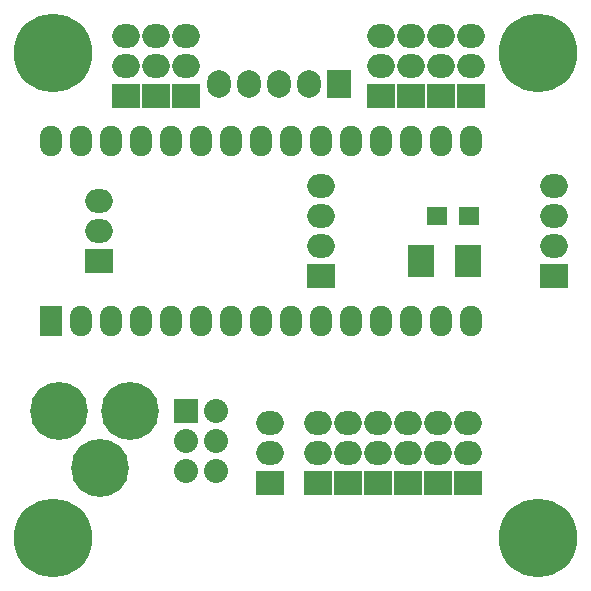
<source format=gts>
G04 #@! TF.FileFunction,Soldermask,Top*
%FSLAX46Y46*%
G04 Gerber Fmt 4.6, Leading zero omitted, Abs format (unit mm)*
G04 Created by KiCad (PCBNEW 4.0.1-stable) date 7/15/2016 9:20:48 PM*
%MOMM*%
G01*
G04 APERTURE LIST*
%ADD10C,0.150000*%
%ADD11R,1.879600X2.590800*%
%ADD12O,1.879600X2.590800*%
%ADD13C,6.654800*%
%ADD14R,1.804800X1.604800*%
%ADD15R,2.304800X2.804800*%
%ADD16C,4.904800*%
%ADD17R,2.336800X2.032000*%
%ADD18O,2.336800X2.032000*%
%ADD19R,2.032000X2.032000*%
%ADD20O,2.032000X2.032000*%
%ADD21R,2.032000X2.336800*%
%ADD22O,2.032000X2.336800*%
G04 APERTURE END LIST*
D10*
D11*
X3810000Y-26670000D03*
D12*
X6350000Y-26670000D03*
X8890000Y-26670000D03*
X11430000Y-26670000D03*
X13970000Y-26670000D03*
X16510000Y-26670000D03*
X19050000Y-26670000D03*
X21590000Y-26670000D03*
X24130000Y-26670000D03*
X26670000Y-26670000D03*
X29210000Y-26670000D03*
X31750000Y-26670000D03*
X34290000Y-26670000D03*
X36830000Y-26670000D03*
X39370000Y-26670000D03*
X39370000Y-11430000D03*
X36830000Y-11430000D03*
X34290000Y-11430000D03*
X31750000Y-11430000D03*
X29210000Y-11430000D03*
X26670000Y-11430000D03*
X24130000Y-11430000D03*
X21590000Y-11430000D03*
X19050000Y-11430000D03*
X16510000Y-11430000D03*
X13970000Y-11430000D03*
X11430000Y-11430000D03*
X8890000Y-11430000D03*
X6350000Y-11430000D03*
X3810000Y-11430000D03*
D13*
X4000000Y-45000000D03*
X45000000Y-45000000D03*
X45000000Y-4000000D03*
X4000000Y-4000000D03*
D14*
X39196000Y-17780000D03*
X36496000Y-17780000D03*
D15*
X39084000Y-21590000D03*
X35084000Y-21590000D03*
D16*
X4445000Y-34290000D03*
X10445000Y-34290000D03*
X7945000Y-39090000D03*
D17*
X26416000Y-40386000D03*
D18*
X26416000Y-37846000D03*
X26416000Y-35306000D03*
D17*
X28956000Y-40386000D03*
D18*
X28956000Y-37846000D03*
X28956000Y-35306000D03*
D17*
X31496000Y-40386000D03*
D18*
X31496000Y-37846000D03*
X31496000Y-35306000D03*
D17*
X34036000Y-40386000D03*
D18*
X34036000Y-37846000D03*
X34036000Y-35306000D03*
D17*
X36576000Y-40386000D03*
D18*
X36576000Y-37846000D03*
X36576000Y-35306000D03*
D17*
X39116000Y-40386000D03*
D18*
X39116000Y-37846000D03*
X39116000Y-35306000D03*
D19*
X15240000Y-34290000D03*
D20*
X17780000Y-34290000D03*
X15240000Y-36830000D03*
X17780000Y-36830000D03*
X15240000Y-39370000D03*
X17780000Y-39370000D03*
D17*
X10160000Y-7620000D03*
D18*
X10160000Y-5080000D03*
X10160000Y-2540000D03*
D17*
X12700000Y-7620000D03*
D18*
X12700000Y-5080000D03*
X12700000Y-2540000D03*
D17*
X15240000Y-7620000D03*
D18*
X15240000Y-5080000D03*
X15240000Y-2540000D03*
D17*
X31750000Y-7620000D03*
D18*
X31750000Y-5080000D03*
X31750000Y-2540000D03*
D17*
X34290000Y-7620000D03*
D18*
X34290000Y-5080000D03*
X34290000Y-2540000D03*
D17*
X36830000Y-7620000D03*
D18*
X36830000Y-5080000D03*
X36830000Y-2540000D03*
D17*
X39370000Y-7620000D03*
D18*
X39370000Y-5080000D03*
X39370000Y-2540000D03*
D17*
X46355000Y-22860000D03*
D18*
X46355000Y-20320000D03*
X46355000Y-17780000D03*
X46355000Y-15240000D03*
D21*
X28194000Y-6604000D03*
D22*
X25654000Y-6604000D03*
X23114000Y-6604000D03*
X20574000Y-6604000D03*
X18034000Y-6604000D03*
D17*
X26670000Y-22860000D03*
D18*
X26670000Y-20320000D03*
X26670000Y-17780000D03*
X26670000Y-15240000D03*
D17*
X22352000Y-40386000D03*
D18*
X22352000Y-37846000D03*
X22352000Y-35306000D03*
D17*
X7874000Y-21590000D03*
D18*
X7874000Y-19050000D03*
X7874000Y-16510000D03*
M02*

</source>
